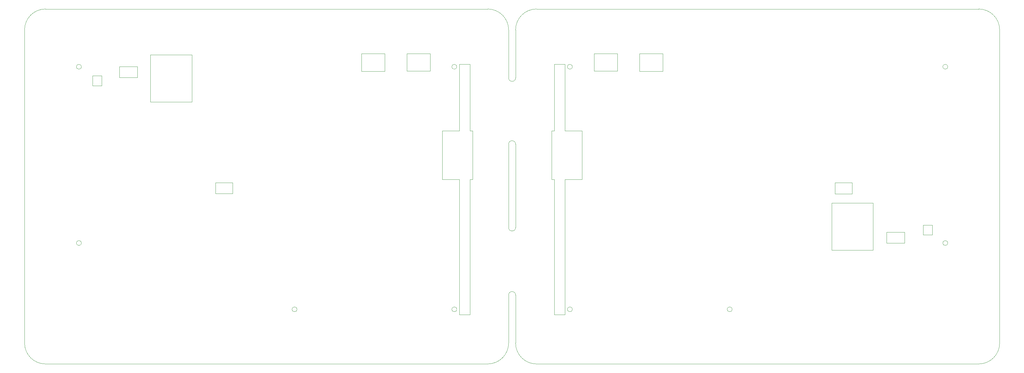
<source format=gm1>
G04 #@! TF.GenerationSoftware,KiCad,Pcbnew,(6.0.11-0)*
G04 #@! TF.CreationDate,2023-02-19T21:32:45+08:00*
G04 #@! TF.ProjectId,3.1HeatingElement,332e3148-6561-4746-996e-67456c656d65,rev?*
G04 #@! TF.SameCoordinates,Original*
G04 #@! TF.FileFunction,Profile,NP*
%FSLAX46Y46*%
G04 Gerber Fmt 4.6, Leading zero omitted, Abs format (unit mm)*
G04 Created by KiCad (PCBNEW (6.0.11-0)) date 2023-02-19 21:32:45*
%MOMM*%
%LPD*%
G01*
G04 APERTURE LIST*
G04 #@! TA.AperFunction,Profile*
%ADD10C,0.050000*%
G04 #@! TD*
G04 #@! TA.AperFunction,Profile*
%ADD11C,0.100000*%
G04 #@! TD*
G04 #@! TA.AperFunction,Profile*
%ADD12C,0.000100*%
G04 #@! TD*
G04 APERTURE END LIST*
D10*
X168092719Y-95976476D02*
X163142719Y-95976476D01*
X159352719Y-82000000D02*
X160142719Y-82000000D01*
X147000000Y-109800000D02*
G75*
G03*
X149000000Y-109800000I1000000J0D01*
G01*
X147000000Y-66800000D02*
G75*
G03*
X149000000Y-66800000I1000000J0D01*
G01*
X35263235Y-63529389D02*
X40433235Y-63529389D01*
X40433235Y-63529389D02*
X40433235Y-66719389D01*
X40433235Y-66719389D02*
X35263235Y-66719389D01*
X35263235Y-66719389D02*
X35263235Y-63529389D01*
D11*
X141000000Y-149000000D02*
G75*
G03*
X147000000Y-143000000I0J6000000D01*
G01*
D10*
X27516941Y-66203455D02*
X30176941Y-66203455D01*
X30176941Y-66203455D02*
X30176941Y-69078455D01*
X30176941Y-69078455D02*
X27516941Y-69078455D01*
X27516941Y-69078455D02*
X27516941Y-66203455D01*
X255552719Y-111096476D02*
X260722719Y-111096476D01*
X260722719Y-111096476D02*
X260722719Y-114286476D01*
X260722719Y-114286476D02*
X255552719Y-114286476D01*
X255552719Y-114286476D02*
X255552719Y-111096476D01*
D12*
X86219781Y-133300002D02*
G75*
G03*
X86219781Y-133300002I-700000J0D01*
G01*
D10*
X160142719Y-134836476D02*
X163142719Y-134836476D01*
X282000000Y-149000000D02*
X155000000Y-149000000D01*
X240737719Y-96896476D02*
X245667719Y-96896476D01*
X245667719Y-96896476D02*
X245667719Y-100086476D01*
X245667719Y-100086476D02*
X240737719Y-100086476D01*
X240737719Y-100086476D02*
X240737719Y-96896476D01*
D11*
X147000000Y-53000000D02*
G75*
G03*
X141000000Y-47000000I-6000000J0D01*
G01*
D12*
X273092719Y-114250002D02*
G75*
G03*
X273092719Y-114250002I-700000J0D01*
G01*
D10*
X132865331Y-95976462D02*
X127915331Y-95976462D01*
X159352719Y-82000000D02*
X159352719Y-95976476D01*
X168092719Y-82000000D02*
X168092719Y-95976476D01*
X163142719Y-62836476D02*
X163142719Y-82000000D01*
X149000000Y-129200000D02*
G75*
G03*
X147000000Y-129200000I-1000000J0D01*
G01*
X184552719Y-59846476D02*
X191292719Y-59846476D01*
X191292719Y-59846476D02*
X191292719Y-64866476D01*
X191292719Y-64866476D02*
X184552719Y-64866476D01*
X184552719Y-64866476D02*
X184552719Y-59846476D01*
X149000000Y-85850000D02*
X149000000Y-109800000D01*
X160142719Y-62836476D02*
X163142719Y-62836476D01*
X288000000Y-53000000D02*
X288000000Y-143000000D01*
X147000000Y-129200000D02*
X147000000Y-143000000D01*
X132865331Y-82000000D02*
X132865331Y-62836462D01*
D11*
X155000000Y-47000000D02*
G75*
G03*
X149000000Y-53000000I0J-6000000D01*
G01*
D10*
X132865331Y-82000000D02*
X127915331Y-82000000D01*
D12*
X165292769Y-63599990D02*
G75*
G03*
X165292769Y-63599990I-700000J0D01*
G01*
D10*
X135865331Y-62836462D02*
X135865331Y-82000000D01*
X8000000Y-53000000D02*
X8000000Y-143000000D01*
D11*
X149000000Y-143000000D02*
G75*
G03*
X155000000Y-149000000I6000000J0D01*
G01*
D10*
X132865331Y-62836462D02*
X135865331Y-62836462D01*
D11*
X14000000Y-47000000D02*
G75*
G03*
X8000000Y-53000000I0J-6000000D01*
G01*
D10*
X160142719Y-134836476D02*
X160142719Y-95976476D01*
X171512719Y-59836476D02*
X178252719Y-59836476D01*
X178252719Y-59836476D02*
X178252719Y-64856476D01*
X178252719Y-64856476D02*
X171512719Y-64856476D01*
X171512719Y-64856476D02*
X171512719Y-59836476D01*
D12*
X165292762Y-133300001D02*
G75*
G03*
X165292762Y-133300001I-700000J0D01*
G01*
D10*
X147000000Y-66800000D02*
X147000000Y-53000000D01*
D12*
X24307281Y-63600000D02*
G75*
G03*
X24307281Y-63600000I-700000J0D01*
G01*
D10*
X14000000Y-47000000D02*
X141000000Y-47000000D01*
X14000000Y-149000000D02*
X141000000Y-149000000D01*
D12*
X273092719Y-63600000D02*
G75*
G03*
X273092719Y-63600000I-700000J0D01*
G01*
D10*
X163142719Y-95976476D02*
X163142719Y-134836476D01*
D12*
X132107238Y-133300001D02*
G75*
G03*
X132107238Y-133300001I-700000J0D01*
G01*
D10*
X62828029Y-96868934D02*
X67758029Y-96868934D01*
X67758029Y-96868934D02*
X67758029Y-100058934D01*
X67758029Y-100058934D02*
X62828029Y-100058934D01*
X62828029Y-100058934D02*
X62828029Y-96868934D01*
D11*
X288000000Y-53000000D02*
G75*
G03*
X282000000Y-47000000I-6000000J0D01*
G01*
D10*
X132865331Y-134836462D02*
X132865331Y-95976462D01*
X56032901Y-73690000D02*
X44122901Y-73690000D01*
X44122901Y-73690000D02*
X44122901Y-60160000D01*
X44122901Y-60160000D02*
X56032901Y-60160000D01*
X56032901Y-60160000D02*
X56032901Y-73690000D01*
X149000000Y-53000000D02*
X149000000Y-66800000D01*
X135865331Y-134836462D02*
X135865331Y-95976462D01*
X132865331Y-134836462D02*
X135865331Y-134836462D01*
X266022719Y-109058976D02*
X268682719Y-109058976D01*
X268682719Y-109058976D02*
X268682719Y-111933976D01*
X268682719Y-111933976D02*
X266022719Y-111933976D01*
X266022719Y-111933976D02*
X266022719Y-109058976D01*
X135865331Y-95976462D02*
X136655331Y-95976462D01*
D11*
X8000000Y-143000000D02*
G75*
G03*
X14000000Y-149000000I6000000J0D01*
G01*
D10*
X135865331Y-82000000D02*
X136655331Y-82000000D01*
X159352719Y-95976476D02*
X160142719Y-95976476D01*
D12*
X132107231Y-63599990D02*
G75*
G03*
X132107231Y-63599990I-700000J0D01*
G01*
D11*
X282000000Y-149000000D02*
G75*
G03*
X288000000Y-143000000I0J6000000D01*
G01*
D12*
X24307281Y-114250002D02*
G75*
G03*
X24307281Y-114250002I-700000J0D01*
G01*
D10*
X136655331Y-95976462D02*
X136655331Y-82000000D01*
X168092719Y-82000000D02*
X163142719Y-82000000D01*
X149000000Y-129200000D02*
X149000000Y-143000000D01*
X160142719Y-82000000D02*
X160142719Y-62836476D01*
X117755331Y-59836462D02*
X124495331Y-59836462D01*
X124495331Y-59836462D02*
X124495331Y-64856462D01*
X124495331Y-64856462D02*
X117755331Y-64856462D01*
X117755331Y-64856462D02*
X117755331Y-59836462D01*
X149000000Y-85850000D02*
G75*
G03*
X147000000Y-85850000I-1000000J0D01*
G01*
X239762719Y-102786476D02*
X251672719Y-102786476D01*
X251672719Y-102786476D02*
X251672719Y-116316476D01*
X251672719Y-116316476D02*
X239762719Y-116316476D01*
X239762719Y-116316476D02*
X239762719Y-102786476D01*
D12*
X211180219Y-133300002D02*
G75*
G03*
X211180219Y-133300002I-700000J0D01*
G01*
D10*
X147000000Y-85850000D02*
X147000000Y-109800000D01*
X282000000Y-47000000D02*
X155000000Y-47000000D01*
X104715331Y-59846462D02*
X111455331Y-59846462D01*
X111455331Y-59846462D02*
X111455331Y-64866462D01*
X111455331Y-64866462D02*
X104715331Y-64866462D01*
X104715331Y-64866462D02*
X104715331Y-59846462D01*
X127915331Y-95976462D02*
X127915331Y-82000000D01*
M02*

</source>
